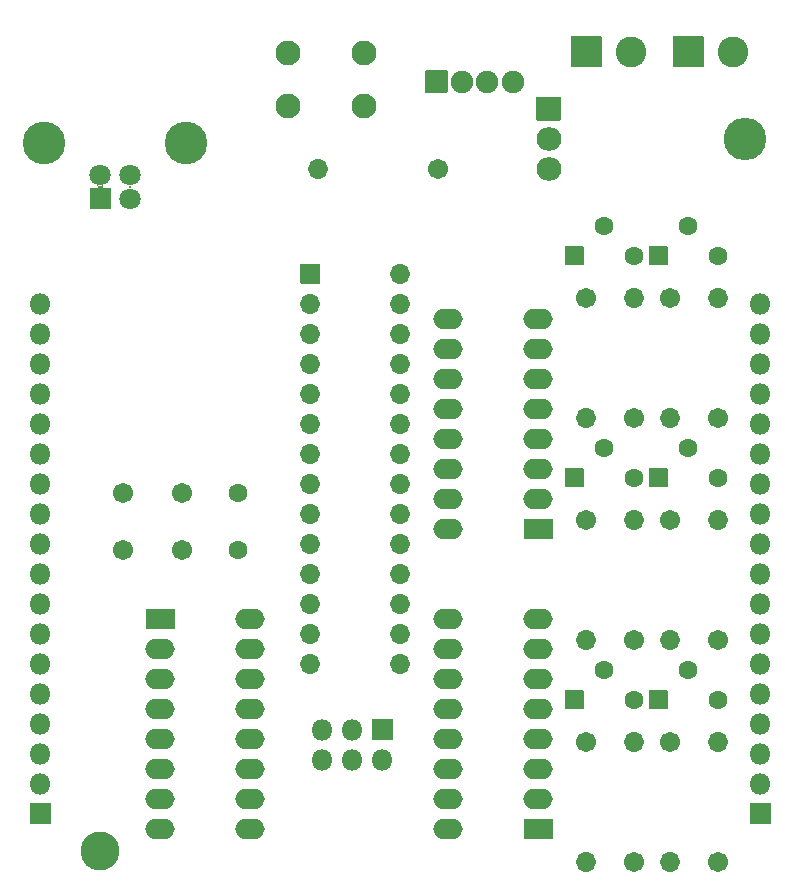
<source format=gbr>
G04 #@! TF.GenerationSoftware,KiCad,Pcbnew,5.1.7*
G04 #@! TF.CreationDate,2020-10-26T11:57:42-04:00*
G04 #@! TF.ProjectId,PCB,5043422e-6b69-4636-9164-5f7063625858,rev?*
G04 #@! TF.SameCoordinates,Original*
G04 #@! TF.FileFunction,Soldermask,Bot*
G04 #@! TF.FilePolarity,Negative*
%FSLAX46Y46*%
G04 Gerber Fmt 4.6, Leading zero omitted, Abs format (unit mm)*
G04 Created by KiCad (PCBNEW 5.1.7) date 2020-10-26 11:57:42*
%MOMM*%
%LPD*%
G01*
G04 APERTURE LIST*
%ADD10C,1.802000*%
%ADD11C,3.602000*%
%ADD12C,3.302000*%
%ADD13O,2.102000X2.007000*%
%ADD14O,3.602000X3.602000*%
%ADD15C,1.602000*%
%ADD16O,1.702000X1.702000*%
%ADD17C,1.702000*%
%ADD18O,1.802000X1.802000*%
%ADD19C,2.102000*%
%ADD20C,1.902000*%
%ADD21C,2.601360*%
%ADD22O,2.502000X1.702000*%
%ADD23C,0.100000*%
G04 APERTURE END LIST*
G36*
G01*
X110070000Y-93611000D02*
X108370000Y-93611000D01*
G75*
G02*
X108319000Y-93560000I0J51000D01*
G01*
X108319000Y-91860000D01*
G75*
G02*
X108370000Y-91809000I51000J0D01*
G01*
X110070000Y-91809000D01*
G75*
G02*
X110121000Y-91860000I0J-51000D01*
G01*
X110121000Y-93560000D01*
G75*
G02*
X110070000Y-93611000I-51000J0D01*
G01*
G37*
D10*
X111720000Y-92710000D03*
X111720000Y-90710000D03*
X109220000Y-90710000D03*
D11*
X104450000Y-88000000D03*
X116490000Y-88000000D03*
D12*
X109220000Y-147955000D03*
D13*
X147170000Y-90170000D03*
X147170000Y-87630000D03*
G36*
G01*
X146170000Y-84086500D02*
X148170000Y-84086500D01*
G75*
G02*
X148221000Y-84137500I0J-51000D01*
G01*
X148221000Y-86042500D01*
G75*
G02*
X148170000Y-86093500I-51000J0D01*
G01*
X146170000Y-86093500D01*
G75*
G02*
X146119000Y-86042500I0J51000D01*
G01*
X146119000Y-84137500D01*
G75*
G02*
X146170000Y-84086500I51000J0D01*
G01*
G37*
D14*
X163830000Y-87630000D03*
G36*
G01*
X150102000Y-135929000D02*
X148602000Y-135929000D01*
G75*
G02*
X148551000Y-135878000I0J51000D01*
G01*
X148551000Y-134378000D01*
G75*
G02*
X148602000Y-134327000I51000J0D01*
G01*
X150102000Y-134327000D01*
G75*
G02*
X150153000Y-134378000I0J-51000D01*
G01*
X150153000Y-135878000D01*
G75*
G02*
X150102000Y-135929000I-51000J0D01*
G01*
G37*
D15*
X154432000Y-135128000D03*
X151892000Y-132588000D03*
G36*
G01*
X157214000Y-135929000D02*
X155714000Y-135929000D01*
G75*
G02*
X155663000Y-135878000I0J51000D01*
G01*
X155663000Y-134378000D01*
G75*
G02*
X155714000Y-134327000I51000J0D01*
G01*
X157214000Y-134327000D01*
G75*
G02*
X157265000Y-134378000I0J-51000D01*
G01*
X157265000Y-135878000D01*
G75*
G02*
X157214000Y-135929000I-51000J0D01*
G01*
G37*
X161544000Y-135128000D03*
X159004000Y-132588000D03*
G36*
G01*
X150102000Y-117133000D02*
X148602000Y-117133000D01*
G75*
G02*
X148551000Y-117082000I0J51000D01*
G01*
X148551000Y-115582000D01*
G75*
G02*
X148602000Y-115531000I51000J0D01*
G01*
X150102000Y-115531000D01*
G75*
G02*
X150153000Y-115582000I0J-51000D01*
G01*
X150153000Y-117082000D01*
G75*
G02*
X150102000Y-117133000I-51000J0D01*
G01*
G37*
X154432000Y-116332000D03*
X151892000Y-113792000D03*
G36*
G01*
X157214000Y-117133000D02*
X155714000Y-117133000D01*
G75*
G02*
X155663000Y-117082000I0J51000D01*
G01*
X155663000Y-115582000D01*
G75*
G02*
X155714000Y-115531000I51000J0D01*
G01*
X157214000Y-115531000D01*
G75*
G02*
X157265000Y-115582000I0J-51000D01*
G01*
X157265000Y-117082000D01*
G75*
G02*
X157214000Y-117133000I-51000J0D01*
G01*
G37*
X161544000Y-116332000D03*
X159004000Y-113792000D03*
G36*
G01*
X150102000Y-98337000D02*
X148602000Y-98337000D01*
G75*
G02*
X148551000Y-98286000I0J51000D01*
G01*
X148551000Y-96786000D01*
G75*
G02*
X148602000Y-96735000I51000J0D01*
G01*
X150102000Y-96735000D01*
G75*
G02*
X150153000Y-96786000I0J-51000D01*
G01*
X150153000Y-98286000D01*
G75*
G02*
X150102000Y-98337000I-51000J0D01*
G01*
G37*
X154432000Y-97536000D03*
X151892000Y-94996000D03*
G36*
G01*
X157214000Y-98337000D02*
X155714000Y-98337000D01*
G75*
G02*
X155663000Y-98286000I0J51000D01*
G01*
X155663000Y-96786000D01*
G75*
G02*
X155714000Y-96735000I51000J0D01*
G01*
X157214000Y-96735000D01*
G75*
G02*
X157265000Y-96786000I0J-51000D01*
G01*
X157265000Y-98286000D01*
G75*
G02*
X157214000Y-98337000I-51000J0D01*
G01*
G37*
X161544000Y-97536000D03*
X159004000Y-94996000D03*
D16*
X154432000Y-138684000D03*
D17*
X154432000Y-148844000D03*
D16*
X161544000Y-138684000D03*
D17*
X161544000Y-148844000D03*
D16*
X154432000Y-119888000D03*
D17*
X154432000Y-130048000D03*
D16*
X161544000Y-119888000D03*
D17*
X161544000Y-130048000D03*
D16*
X154432000Y-101092000D03*
D17*
X154432000Y-111252000D03*
D16*
X161544000Y-101092000D03*
D17*
X161544000Y-111252000D03*
D18*
X128016000Y-140208000D03*
X128016000Y-137668000D03*
X130556000Y-140208000D03*
X130556000Y-137668000D03*
X133096000Y-140208000D03*
G36*
G01*
X132246000Y-136767000D02*
X133946000Y-136767000D01*
G75*
G02*
X133997000Y-136818000I0J-51000D01*
G01*
X133997000Y-138518000D01*
G75*
G02*
X133946000Y-138569000I-51000J0D01*
G01*
X132246000Y-138569000D01*
G75*
G02*
X132195000Y-138518000I0J51000D01*
G01*
X132195000Y-136818000D01*
G75*
G02*
X132246000Y-136767000I51000J0D01*
G01*
G37*
D19*
X125072000Y-84836000D03*
X125072000Y-80336000D03*
X131572000Y-84836000D03*
X131572000Y-80336000D03*
D16*
X127635000Y-90170000D03*
D17*
X137795000Y-90170000D03*
D20*
X144145000Y-82804000D03*
X141986000Y-82804000D03*
X139827000Y-82804000D03*
G36*
G01*
X136717000Y-83704000D02*
X136717000Y-81904000D01*
G75*
G02*
X136768000Y-81853000I51000J0D01*
G01*
X138568000Y-81853000D01*
G75*
G02*
X138619000Y-81904000I0J-51000D01*
G01*
X138619000Y-83704000D01*
G75*
G02*
X138568000Y-83755000I-51000J0D01*
G01*
X136768000Y-83755000D01*
G75*
G02*
X136717000Y-83704000I0J51000D01*
G01*
G37*
G36*
G01*
X149067320Y-81513680D02*
X149067320Y-79014320D01*
G75*
G02*
X149118320Y-78963320I51000J0D01*
G01*
X151617680Y-78963320D01*
G75*
G02*
X151668680Y-79014320I0J-51000D01*
G01*
X151668680Y-81513680D01*
G75*
G02*
X151617680Y-81564680I-51000J0D01*
G01*
X149118320Y-81564680D01*
G75*
G02*
X149067320Y-81513680I0J51000D01*
G01*
G37*
D21*
X154178000Y-80264000D03*
G36*
G01*
X157703320Y-81513680D02*
X157703320Y-79014320D01*
G75*
G02*
X157754320Y-78963320I51000J0D01*
G01*
X160253680Y-78963320D01*
G75*
G02*
X160304680Y-79014320I0J-51000D01*
G01*
X160304680Y-81513680D01*
G75*
G02*
X160253680Y-81564680I-51000J0D01*
G01*
X157754320Y-81564680D01*
G75*
G02*
X157703320Y-81513680I0J51000D01*
G01*
G37*
X162814000Y-80264000D03*
D15*
X120904000Y-122482000D03*
X120904000Y-117602000D03*
G36*
G01*
X166001000Y-143930000D02*
X166001000Y-145630000D01*
G75*
G02*
X165950000Y-145681000I-51000J0D01*
G01*
X164250000Y-145681000D01*
G75*
G02*
X164199000Y-145630000I0J51000D01*
G01*
X164199000Y-143930000D01*
G75*
G02*
X164250000Y-143879000I51000J0D01*
G01*
X165950000Y-143879000D01*
G75*
G02*
X166001000Y-143930000I0J-51000D01*
G01*
G37*
D18*
X165100000Y-142240000D03*
X165100000Y-139700000D03*
X165100000Y-137160000D03*
X165100000Y-134620000D03*
X165100000Y-132080000D03*
X165100000Y-129540000D03*
X165100000Y-127000000D03*
X165100000Y-124460000D03*
X165100000Y-121920000D03*
X165100000Y-119380000D03*
X165100000Y-116840000D03*
X165100000Y-114300000D03*
X165100000Y-111760000D03*
X165100000Y-109220000D03*
X165100000Y-106680000D03*
X165100000Y-104140000D03*
X165100000Y-101600000D03*
G36*
G01*
X105041000Y-143930000D02*
X105041000Y-145630000D01*
G75*
G02*
X104990000Y-145681000I-51000J0D01*
G01*
X103290000Y-145681000D01*
G75*
G02*
X103239000Y-145630000I0J51000D01*
G01*
X103239000Y-143930000D01*
G75*
G02*
X103290000Y-143879000I51000J0D01*
G01*
X104990000Y-143879000D01*
G75*
G02*
X105041000Y-143930000I0J-51000D01*
G01*
G37*
X104140000Y-142240000D03*
X104140000Y-139700000D03*
X104140000Y-137160000D03*
X104140000Y-134620000D03*
X104140000Y-132080000D03*
X104140000Y-129540000D03*
X104140000Y-127000000D03*
X104140000Y-124460000D03*
X104140000Y-121920000D03*
X104140000Y-119380000D03*
X104140000Y-116840000D03*
X104140000Y-114300000D03*
X104140000Y-111760000D03*
X104140000Y-109220000D03*
X104140000Y-106680000D03*
X104140000Y-104140000D03*
X104140000Y-101600000D03*
G36*
G01*
X113049000Y-129070000D02*
X113049000Y-127470000D01*
G75*
G02*
X113100000Y-127419000I51000J0D01*
G01*
X115500000Y-127419000D01*
G75*
G02*
X115551000Y-127470000I0J-51000D01*
G01*
X115551000Y-129070000D01*
G75*
G02*
X115500000Y-129121000I-51000J0D01*
G01*
X113100000Y-129121000D01*
G75*
G02*
X113049000Y-129070000I0J51000D01*
G01*
G37*
D22*
X121920000Y-146050000D03*
X114300000Y-130810000D03*
X121920000Y-143510000D03*
X114300000Y-133350000D03*
X121920000Y-140970000D03*
X114300000Y-135890000D03*
X121920000Y-138430000D03*
X114300000Y-138430000D03*
X121920000Y-135890000D03*
X114300000Y-140970000D03*
X121920000Y-133350000D03*
X114300000Y-143510000D03*
X121920000Y-130810000D03*
X114300000Y-146050000D03*
X121920000Y-128270000D03*
G36*
G01*
X126149000Y-99860000D02*
X126149000Y-98260000D01*
G75*
G02*
X126200000Y-98209000I51000J0D01*
G01*
X127800000Y-98209000D01*
G75*
G02*
X127851000Y-98260000I0J-51000D01*
G01*
X127851000Y-99860000D01*
G75*
G02*
X127800000Y-99911000I-51000J0D01*
G01*
X126200000Y-99911000D01*
G75*
G02*
X126149000Y-99860000I0J51000D01*
G01*
G37*
D16*
X134620000Y-132080000D03*
X127000000Y-101600000D03*
X134620000Y-129540000D03*
X127000000Y-104140000D03*
X134620000Y-127000000D03*
X127000000Y-106680000D03*
X134620000Y-124460000D03*
X127000000Y-109220000D03*
X134620000Y-121920000D03*
X127000000Y-111760000D03*
X134620000Y-119380000D03*
X127000000Y-114300000D03*
X134620000Y-116840000D03*
X127000000Y-116840000D03*
X134620000Y-114300000D03*
X127000000Y-119380000D03*
X134620000Y-111760000D03*
X127000000Y-121920000D03*
X134620000Y-109220000D03*
X127000000Y-124460000D03*
X134620000Y-106680000D03*
X127000000Y-127000000D03*
X134620000Y-104140000D03*
X127000000Y-129540000D03*
X134620000Y-101600000D03*
X127000000Y-132080000D03*
X134620000Y-99060000D03*
D17*
X150368000Y-138684000D03*
D16*
X150368000Y-148844000D03*
D17*
X111125000Y-122428000D03*
X116125000Y-122428000D03*
X111125000Y-117602000D03*
X116125000Y-117602000D03*
G36*
G01*
X147555000Y-119850000D02*
X147555000Y-121450000D01*
G75*
G02*
X147504000Y-121501000I-51000J0D01*
G01*
X145104000Y-121501000D01*
G75*
G02*
X145053000Y-121450000I0J51000D01*
G01*
X145053000Y-119850000D01*
G75*
G02*
X145104000Y-119799000I51000J0D01*
G01*
X147504000Y-119799000D01*
G75*
G02*
X147555000Y-119850000I0J-51000D01*
G01*
G37*
D22*
X138684000Y-102870000D03*
X146304000Y-118110000D03*
X138684000Y-105410000D03*
X146304000Y-115570000D03*
X138684000Y-107950000D03*
X146304000Y-113030000D03*
X138684000Y-110490000D03*
X146304000Y-110490000D03*
X138684000Y-113030000D03*
X146304000Y-107950000D03*
X138684000Y-115570000D03*
X146304000Y-105410000D03*
X138684000Y-118110000D03*
X146304000Y-102870000D03*
X138684000Y-120650000D03*
G36*
G01*
X147555000Y-145250000D02*
X147555000Y-146850000D01*
G75*
G02*
X147504000Y-146901000I-51000J0D01*
G01*
X145104000Y-146901000D01*
G75*
G02*
X145053000Y-146850000I0J51000D01*
G01*
X145053000Y-145250000D01*
G75*
G02*
X145104000Y-145199000I51000J0D01*
G01*
X147504000Y-145199000D01*
G75*
G02*
X147555000Y-145250000I0J-51000D01*
G01*
G37*
X138684000Y-128270000D03*
X146304000Y-143510000D03*
X138684000Y-130810000D03*
X146304000Y-140970000D03*
X138684000Y-133350000D03*
X146304000Y-138430000D03*
X138684000Y-135890000D03*
X146304000Y-135890000D03*
X138684000Y-138430000D03*
X146304000Y-133350000D03*
X138684000Y-140970000D03*
X146304000Y-130810000D03*
X138684000Y-143510000D03*
X146304000Y-128270000D03*
X138684000Y-146050000D03*
D17*
X157480000Y-138684000D03*
D16*
X157480000Y-148844000D03*
D17*
X150368000Y-119888000D03*
D16*
X150368000Y-130048000D03*
D17*
X157480000Y-119888000D03*
D16*
X157480000Y-130048000D03*
D17*
X150368000Y-101092000D03*
D16*
X150368000Y-111252000D03*
D17*
X157480000Y-101092000D03*
D16*
X157480000Y-111252000D03*
D23*
G36*
X111897684Y-91587864D02*
G01*
X111898074Y-91589826D01*
X111896761Y-91591097D01*
X111879369Y-91596373D01*
X111858105Y-91607738D01*
X111839468Y-91623033D01*
X111824173Y-91641670D01*
X111812808Y-91662934D01*
X111805808Y-91686009D01*
X111803445Y-91710000D01*
X111805808Y-91733991D01*
X111812808Y-91757066D01*
X111824173Y-91778330D01*
X111839468Y-91796967D01*
X111858105Y-91812262D01*
X111879369Y-91823627D01*
X111896761Y-91828903D01*
X111898128Y-91830363D01*
X111897547Y-91832277D01*
X111895790Y-91832779D01*
X111808114Y-91815339D01*
X111631886Y-91815339D01*
X111544210Y-91832779D01*
X111542316Y-91832136D01*
X111541926Y-91830174D01*
X111543239Y-91828903D01*
X111560631Y-91823627D01*
X111581895Y-91812262D01*
X111600532Y-91796967D01*
X111615827Y-91778330D01*
X111627192Y-91757066D01*
X111634192Y-91733991D01*
X111636555Y-91710000D01*
X111634192Y-91686009D01*
X111627192Y-91662934D01*
X111615827Y-91641670D01*
X111600532Y-91623033D01*
X111581895Y-91607738D01*
X111560631Y-91596373D01*
X111543239Y-91591097D01*
X111541872Y-91589637D01*
X111542453Y-91587723D01*
X111544210Y-91587221D01*
X111631886Y-91604661D01*
X111808114Y-91604661D01*
X111895790Y-91587221D01*
X111897684Y-91587864D01*
G37*
G36*
X109484682Y-91569821D02*
G01*
X109485448Y-91571669D01*
X109484408Y-91573172D01*
X109468379Y-91581739D01*
X109449742Y-91597035D01*
X109434447Y-91615672D01*
X109423082Y-91636935D01*
X109416082Y-91660010D01*
X109413719Y-91684001D01*
X109416082Y-91707992D01*
X109423082Y-91731067D01*
X109434447Y-91752331D01*
X109449743Y-91770968D01*
X109468380Y-91786263D01*
X109489643Y-91797628D01*
X109512718Y-91804628D01*
X109536905Y-91807010D01*
X109538531Y-91808175D01*
X109538335Y-91810165D01*
X109536709Y-91811000D01*
X108903291Y-91811000D01*
X108901559Y-91810000D01*
X108901559Y-91808000D01*
X108903095Y-91807010D01*
X108927282Y-91804628D01*
X108950357Y-91797628D01*
X108971621Y-91786263D01*
X108990258Y-91770968D01*
X109005553Y-91752331D01*
X109016918Y-91731067D01*
X109023918Y-91707992D01*
X109026281Y-91684001D01*
X109023918Y-91660010D01*
X109016918Y-91636935D01*
X109005553Y-91615671D01*
X108990258Y-91597034D01*
X108971621Y-91581739D01*
X108955592Y-91573172D01*
X108954536Y-91571473D01*
X108955479Y-91569710D01*
X108957300Y-91569560D01*
X108959036Y-91570279D01*
X109131886Y-91604661D01*
X109308114Y-91604661D01*
X109480964Y-91570279D01*
X109482700Y-91569560D01*
X109484682Y-91569821D01*
G37*
M02*

</source>
